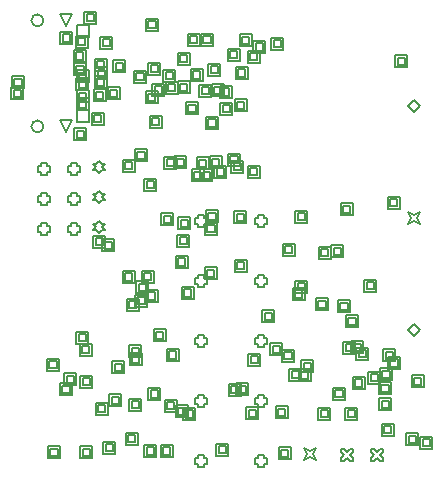
<source format=gbr>
%TF.GenerationSoftware,Altium Limited,Altium Designer,21.4.1 (30)*%
G04 Layer_Color=2752767*
%FSLAX45Y45*%
%MOMM*%
%TF.SameCoordinates,F4A6E2B2-E63A-418B-8CEE-B9A354165880*%
%TF.FilePolarity,Positive*%
%TF.FileFunction,Drawing*%
%TF.Part,Single*%
G01*
G75*
%TA.AperFunction,NonConductor*%
%ADD103C,0.12700*%
%ADD153C,0.16933*%
D103*
X399200Y2958200D02*
Y3059800D01*
X500800D01*
Y2958200D01*
X399200D01*
Y3678200D02*
Y3779800D01*
X500800D01*
Y3678200D01*
X399200D01*
X300000Y3767200D02*
X249200Y3868800D01*
X350800D01*
X300000Y3767200D01*
Y2869200D02*
X249200Y2970800D01*
X350800D01*
X300000Y2869200D01*
X584200Y2021200D02*
X609600Y2046600D01*
X635000D01*
X609600Y2072000D01*
X635000Y2097400D01*
X609600D01*
X584200Y2122800D01*
X558800Y2097400D01*
X533400D01*
X558800Y2072000D01*
X533400Y2046600D01*
X558800D01*
X584200Y2021200D01*
Y2529200D02*
X609600Y2554600D01*
X635000D01*
X609600Y2580000D01*
X635000Y2605400D01*
X609600D01*
X584200Y2630800D01*
X558800Y2605400D01*
X533400D01*
X558800Y2580000D01*
X533400Y2554600D01*
X558800D01*
X584200Y2529200D01*
Y2275200D02*
X609600Y2300600D01*
X635000D01*
X609600Y2326000D01*
X635000Y2351400D01*
X609600D01*
X584200Y2376800D01*
X558800Y2351400D01*
X533400D01*
X558800Y2326000D01*
X533400Y2300600D01*
X558800D01*
X584200Y2275200D01*
X2319280Y97599D02*
X2344680Y148399D01*
X2319280Y199199D01*
X2370080Y173799D01*
X2420880Y199199D01*
X2395480Y148399D01*
X2420880Y97599D01*
X2370080Y122999D01*
X2319280Y97599D01*
X3199200Y2095160D02*
X3224600Y2145960D01*
X3199200Y2196760D01*
X3250000Y2171360D01*
X3300800Y2196760D01*
X3275400Y2145960D01*
X3300800Y2095160D01*
X3250000Y2120560D01*
X3199200Y2095160D01*
X1417100Y2095501D02*
Y2070101D01*
X1467900D01*
Y2095501D01*
X1493300D01*
Y2146301D01*
X1467900D01*
Y2171701D01*
X1417100D01*
Y2146301D01*
X1391700D01*
Y2095501D01*
X1417100D01*
X1929600Y2095500D02*
Y2070100D01*
X1980400D01*
Y2095500D01*
X2005800D01*
Y2146300D01*
X1980400D01*
Y2171700D01*
X1929600D01*
Y2146300D01*
X1904200D01*
Y2095500D01*
X1929600D01*
X2886200Y89200D02*
X2911600D01*
X2937000Y114600D01*
X2962400Y89200D01*
X2987800D01*
Y114600D01*
X2962400Y140000D01*
X2987800Y165400D01*
Y190800D01*
X2962400D01*
X2937000Y165400D01*
X2911600Y190800D01*
X2886200D01*
Y165400D01*
X2911600Y140000D01*
X2886200Y114600D01*
Y89200D01*
X2632200D02*
X2657600D01*
X2683000Y114600D01*
X2708400Y89200D01*
X2733800D01*
Y114600D01*
X2708400Y140000D01*
X2733800Y165400D01*
Y190800D01*
X2708400D01*
X2683000Y165400D01*
X2657600Y190800D01*
X2632200D01*
Y165400D01*
X2657600Y140000D01*
X2632200Y114600D01*
Y89200D01*
X3200400Y3092800D02*
X3251200Y3143600D01*
X3302000Y3092800D01*
X3251200Y3042000D01*
X3200400Y3092800D01*
Y1200000D02*
X3251200Y1250800D01*
X3302000Y1200000D01*
X3251200Y1149200D01*
X3200400Y1200000D01*
X93900Y2537201D02*
Y2511801D01*
X144700D01*
Y2537201D01*
X170100D01*
Y2588001D01*
X144700D01*
Y2613401D01*
X93900D01*
Y2588001D01*
X68500D01*
Y2537201D01*
X93900D01*
Y2283200D02*
Y2257800D01*
X144700D01*
Y2283200D01*
X170100D01*
Y2334000D01*
X144700D01*
Y2359400D01*
X93900D01*
Y2334000D01*
X68500D01*
Y2283200D01*
X93900D01*
Y2029200D02*
Y2003800D01*
X144700D01*
Y2029200D01*
X170100D01*
Y2080000D01*
X144700D01*
Y2105400D01*
X93900D01*
Y2080000D01*
X68500D01*
Y2029200D01*
X93900D01*
X1929600Y63500D02*
Y38100D01*
X1980400D01*
Y63500D01*
X2005800D01*
Y114300D01*
X1980400D01*
Y139700D01*
X1929600D01*
Y114300D01*
X1904200D01*
Y63500D01*
X1929600D01*
X1421600D02*
Y38100D01*
X1472400D01*
Y63500D01*
X1497800D01*
Y114300D01*
X1472400D01*
Y139700D01*
X1421600D01*
Y114300D01*
X1396200D01*
Y63500D01*
X1421600D01*
Y1079500D02*
Y1054100D01*
X1472400D01*
Y1079500D01*
X1497800D01*
Y1130300D01*
X1472400D01*
Y1155700D01*
X1421600D01*
Y1130300D01*
X1396200D01*
Y1079500D01*
X1421600D01*
Y571500D02*
Y546100D01*
X1472400D01*
Y571500D01*
X1497800D01*
Y622300D01*
X1472400D01*
Y647700D01*
X1421600D01*
Y622300D01*
X1396200D01*
Y571500D01*
X1421600D01*
X1929600Y1587500D02*
Y1562100D01*
X1980400D01*
Y1587500D01*
X2005800D01*
Y1638300D01*
X1980400D01*
Y1663700D01*
X1929600D01*
Y1638300D01*
X1904200D01*
Y1587500D01*
X1929600D01*
X1421600D02*
Y1562100D01*
X1472400D01*
Y1587500D01*
X1497800D01*
Y1638300D01*
X1472400D01*
Y1663700D01*
X1421600D01*
Y1638300D01*
X1396200D01*
Y1587500D01*
X1421600D01*
X1929600Y1079500D02*
Y1054100D01*
X1980400D01*
Y1079500D01*
X2005800D01*
Y1130300D01*
X1980400D01*
Y1155700D01*
X1929600D01*
Y1130300D01*
X1904200D01*
Y1079500D01*
X1929600D01*
Y571500D02*
Y546100D01*
X1980400D01*
Y571500D01*
X2005800D01*
Y622300D01*
X1980400D01*
Y647700D01*
X1929600D01*
Y622300D01*
X1904200D01*
Y571500D01*
X1929600D01*
X347900Y2029200D02*
Y2003800D01*
X398700D01*
Y2029200D01*
X424100D01*
Y2080000D01*
X398700D01*
Y2105400D01*
X347900D01*
Y2080000D01*
X322500D01*
Y2029200D01*
X347900D01*
Y2537200D02*
Y2511800D01*
X398700D01*
Y2537200D01*
X424100D01*
Y2588000D01*
X398700D01*
Y2613400D01*
X347900D01*
Y2588000D01*
X322500D01*
Y2537200D01*
X347900D01*
X346900Y2279001D02*
Y2253601D01*
X397700D01*
Y2279001D01*
X423100D01*
Y2329801D01*
X397700D01*
Y2355201D01*
X346900D01*
Y2329801D01*
X321500D01*
Y2279001D01*
X346900D01*
X2649707Y995323D02*
Y1096923D01*
X2751307D01*
Y995323D01*
X2649707D01*
X2670027Y1015643D02*
Y1076603D01*
X2730987D01*
Y1015643D01*
X2670027D01*
X2714500Y1000500D02*
Y1102100D01*
X2816100D01*
Y1000500D01*
X2714500D01*
X2734820Y1020820D02*
Y1081780D01*
X2795780D01*
Y1020820D01*
X2734820D01*
X2760735Y944314D02*
Y1045914D01*
X2862335D01*
Y944314D01*
X2760735D01*
X2781055Y964634D02*
Y1025594D01*
X2842015D01*
Y964634D01*
X2781055D01*
X2672546Y1218279D02*
Y1319879D01*
X2774146D01*
Y1218279D01*
X2672546D01*
X2692866Y1238599D02*
Y1299559D01*
X2753826D01*
Y1238599D01*
X2692866D01*
X1844500Y895200D02*
Y996800D01*
X1946100D01*
Y895200D01*
X1844500D01*
X1864820Y915520D02*
Y976480D01*
X1925780D01*
Y915520D01*
X1864820D01*
X2292900Y837000D02*
Y938600D01*
X2394500D01*
Y837000D01*
X2292900D01*
X2313220Y857320D02*
Y918280D01*
X2374180D01*
Y857320D01*
X2313220D01*
X2729400Y697075D02*
Y798675D01*
X2831000D01*
Y697075D01*
X2729400D01*
X2749720Y717395D02*
Y778355D01*
X2810680D01*
Y717395D01*
X2749720D01*
X2191600Y768800D02*
Y870400D01*
X2293200D01*
Y768800D01*
X2191600D01*
X2211920Y789120D02*
Y850080D01*
X2272880D01*
Y789120D01*
X2211920D01*
X2131088Y928200D02*
Y1029800D01*
X2232688D01*
Y928200D01*
X2131088D01*
X2151408Y948520D02*
Y1009480D01*
X2212368D01*
Y948520D01*
X2151408D01*
X1743182Y643346D02*
Y744946D01*
X1844782D01*
Y643346D01*
X1743182D01*
X1763502Y663666D02*
Y724626D01*
X1824462D01*
Y663666D01*
X1763502D01*
X1678208Y641528D02*
Y743128D01*
X1779808D01*
Y641528D01*
X1678208D01*
X1698528Y661848D02*
Y722808D01*
X1759488D01*
Y661848D01*
X1698528D01*
X1728440Y2099727D02*
Y2201327D01*
X1830040D01*
Y2099727D01*
X1728440D01*
X1748760Y2120047D02*
Y2181007D01*
X1809720D01*
Y2120047D01*
X1748760D01*
X898364Y1506789D02*
Y1608389D01*
X999964D01*
Y1506789D01*
X898364D01*
X918684Y1527109D02*
Y1588069D01*
X979644D01*
Y1527109D01*
X918684D01*
X424300Y706738D02*
Y808338D01*
X525900D01*
Y706738D01*
X424300D01*
X444620Y727058D02*
Y788018D01*
X505580D01*
Y727058D01*
X444620D01*
X518689Y2936454D02*
Y3038054D01*
X620289D01*
Y2936454D01*
X518689D01*
X539009Y2956774D02*
Y3017734D01*
X599969D01*
Y2956774D01*
X539009D01*
X975715Y3116901D02*
Y3218501D01*
X1077315D01*
Y3116901D01*
X975715D01*
X996035Y3137221D02*
Y3198181D01*
X1056995D01*
Y3137221D01*
X996035D01*
X2604400Y1348000D02*
Y1449600D01*
X2706000D01*
Y1348000D01*
X2604400D01*
X2624720Y1368320D02*
Y1429280D01*
X2685680D01*
Y1368320D01*
X2624720D01*
X3182400Y219600D02*
Y321200D01*
X3284000D01*
Y219600D01*
X3182400D01*
X3202720Y239920D02*
Y300880D01*
X3263680D01*
Y239920D01*
X3202720D01*
X1964200Y1263200D02*
Y1364800D01*
X2065800D01*
Y1263200D01*
X1964200D01*
X1984520Y1283520D02*
Y1344480D01*
X2045480D01*
Y1283520D01*
X1984520D01*
X942320Y1597021D02*
Y1698621D01*
X1043920D01*
Y1597021D01*
X942320D01*
X962640Y1617341D02*
Y1678301D01*
X1023600D01*
Y1617341D01*
X962640D01*
X1280615Y1458300D02*
Y1559900D01*
X1382215D01*
Y1458300D01*
X1280615D01*
X1300935Y1478620D02*
Y1539580D01*
X1361895D01*
Y1478620D01*
X1300935D01*
X1009226Y2908335D02*
Y3009935D01*
X1110826D01*
Y2908335D01*
X1009226D01*
X1029546Y2928655D02*
Y2989615D01*
X1090506D01*
Y2928655D01*
X1029546D01*
X653551Y3150826D02*
Y3252426D01*
X755151D01*
Y3150826D01*
X653551D01*
X673871Y3171146D02*
Y3232106D01*
X734831D01*
Y3171146D01*
X673871D01*
X373655Y2802789D02*
Y2904389D01*
X475255D01*
Y2802789D01*
X373655D01*
X393975Y2823109D02*
Y2884069D01*
X454935D01*
Y2823109D01*
X393975D01*
X2952200Y653200D02*
Y754800D01*
X3053800D01*
Y653200D01*
X2952200D01*
X2972520Y673520D02*
Y734480D01*
X3033480D01*
Y673520D01*
X2972520D01*
X1839929Y2487529D02*
Y2589129D01*
X1941529D01*
Y2487529D01*
X1839929D01*
X1860249Y2507849D02*
Y2568809D01*
X1921209D01*
Y2507849D01*
X1860249D01*
X1607189Y3019458D02*
Y3121058D01*
X1708789D01*
Y3019458D01*
X1607189D01*
X1627509Y3039778D02*
Y3100738D01*
X1688469D01*
Y3039778D01*
X1627509D01*
X1536200Y3174200D02*
Y3275800D01*
X1637800D01*
Y3174200D01*
X1536200D01*
X1556520Y3194520D02*
Y3255480D01*
X1617480D01*
Y3194520D01*
X1556520D01*
X1700270Y2527811D02*
Y2629411D01*
X1801870D01*
Y2527811D01*
X1700270D01*
X1720590Y2548131D02*
Y2609091D01*
X1781550D01*
Y2548131D01*
X1720590D01*
X1557575Y2484082D02*
Y2585682D01*
X1659175D01*
Y2484082D01*
X1557575D01*
X1577895Y2504402D02*
Y2565362D01*
X1638855D01*
Y2504402D01*
X1577895D01*
X2563200Y605200D02*
Y706800D01*
X2664800D01*
Y605200D01*
X2563200D01*
X2583520Y625520D02*
Y686480D01*
X2644480D01*
Y625520D01*
X2583520D01*
X1153160Y934720D02*
Y1036320D01*
X1254760D01*
Y934720D01*
X1153160D01*
X1173480Y955040D02*
Y1016000D01*
X1234440D01*
Y955040D01*
X1173480D01*
X815300Y1359500D02*
Y1461100D01*
X916900D01*
Y1359500D01*
X815300D01*
X835620Y1379820D02*
Y1440780D01*
X896580D01*
Y1379820D01*
X835620D01*
X2272200Y763200D02*
Y864800D01*
X2373800D01*
Y763200D01*
X2272200D01*
X2292520Y783520D02*
Y844480D01*
X2353480D01*
Y783520D01*
X2292520D01*
X886040Y1394236D02*
Y1495836D01*
X987640D01*
Y1394236D01*
X886040D01*
X906360Y1414556D02*
Y1475516D01*
X967320D01*
Y1414556D01*
X906360D01*
X2032381Y983231D02*
Y1084831D01*
X2133981D01*
Y983231D01*
X2032381D01*
X2052701Y1003551D02*
Y1064511D01*
X2113661D01*
Y1003551D01*
X2052701D01*
X533500Y1893415D02*
Y1995015D01*
X635100D01*
Y1893415D01*
X533500D01*
X553820Y1913735D02*
Y1974695D01*
X614780D01*
Y1913735D01*
X553820D01*
X1243200Y1901300D02*
Y2002900D01*
X1344800D01*
Y1901300D01*
X1243200D01*
X1263520Y1921620D02*
Y1982580D01*
X1324480D01*
Y1921620D01*
X1263520D01*
X1232440Y1721833D02*
Y1823433D01*
X1334040D01*
Y1721833D01*
X1232440D01*
X1252760Y1742153D02*
Y1803113D01*
X1313720D01*
Y1742153D01*
X1252760D01*
X998709Y3357543D02*
Y3459143D01*
X1100309D01*
Y3357543D01*
X998709D01*
X1019029Y3377863D02*
Y3438823D01*
X1079989D01*
Y3377863D01*
X1019029D01*
X877828Y3291508D02*
Y3393108D01*
X979428D01*
Y3291508D01*
X877828D01*
X898148Y3311828D02*
Y3372788D01*
X959108D01*
Y3311828D01*
X898148D01*
X1032873Y3178056D02*
Y3279656D01*
X1134473D01*
Y3178056D01*
X1032873D01*
X1053193Y3198376D02*
Y3259336D01*
X1114153D01*
Y3198376D01*
X1053193D01*
X1145200Y3197299D02*
Y3298899D01*
X1246800D01*
Y3197299D01*
X1145200D01*
X1165520Y3217619D02*
Y3278579D01*
X1226480D01*
Y3217619D01*
X1165520D01*
X978301Y1433630D02*
Y1535230D01*
X1079901D01*
Y1433630D01*
X978301D01*
X998621Y1453950D02*
Y1514910D01*
X1059581D01*
Y1453950D01*
X998621D01*
X1232432Y455968D02*
Y557568D01*
X1334032D01*
Y455968D01*
X1232432D01*
X1252752Y476288D02*
Y537248D01*
X1313712D01*
Y476288D01*
X1252752D01*
X840255Y900208D02*
Y1001808D01*
X941855D01*
Y900208D01*
X840255D01*
X860575Y920528D02*
Y981488D01*
X921535D01*
Y920528D01*
X860575D01*
X2990200Y930200D02*
Y1031800D01*
X3091800D01*
Y930200D01*
X2990200D01*
X3010520Y950520D02*
Y1011480D01*
X3071480D01*
Y950520D01*
X3010520D01*
X3029200Y866200D02*
Y967800D01*
X3130800D01*
Y866200D01*
X3029200D01*
X3049520Y886520D02*
Y947480D01*
X3110480D01*
Y886520D01*
X3049520D01*
X3089200Y3419200D02*
Y3520800D01*
X3190800D01*
Y3419200D01*
X3089200D01*
X3109520Y3439520D02*
Y3500480D01*
X3170480D01*
Y3439520D01*
X3109520D01*
X3024198Y2224042D02*
Y2325642D01*
X3125798D01*
Y2224042D01*
X3024198D01*
X3044518Y2244362D02*
Y2305322D01*
X3105478D01*
Y2244362D01*
X3044518D01*
X546192Y3393200D02*
Y3494800D01*
X647792D01*
Y3393200D01*
X546192D01*
X566512Y3413520D02*
Y3474480D01*
X627472D01*
Y3413520D01*
X566512D01*
X608150Y1863250D02*
Y1964850D01*
X709750D01*
Y1863250D01*
X608150D01*
X628470Y1883570D02*
Y1944530D01*
X689430D01*
Y1883570D01*
X628470D01*
X781111Y1595289D02*
Y1696889D01*
X882711D01*
Y1595289D01*
X781111D01*
X801431Y1615609D02*
Y1676569D01*
X862391D01*
Y1615609D01*
X801431D01*
X887200Y2626200D02*
Y2727800D01*
X988800D01*
Y2626200D01*
X887200D01*
X907520Y2646520D02*
Y2707480D01*
X968480D01*
Y2646520D01*
X907520D01*
X809200Y224200D02*
Y325800D01*
X910800D01*
Y224200D01*
X809200D01*
X829520Y244520D02*
Y305480D01*
X890480D01*
Y244520D01*
X829520D01*
X1108700Y2084500D02*
Y2186100D01*
X1210300D01*
Y2084500D01*
X1108700D01*
X1129020Y2104820D02*
Y2165780D01*
X1189980D01*
Y2104820D01*
X1129020D01*
X1254121Y2049221D02*
Y2150821D01*
X1355721D01*
Y2049221D01*
X1254121D01*
X1274441Y2069541D02*
Y2130501D01*
X1335401D01*
Y2069541D01*
X1274441D01*
X964200Y2377200D02*
Y2478800D01*
X1065800D01*
Y2377200D01*
X964200D01*
X984520Y2397520D02*
Y2458480D01*
X1045480D01*
Y2397520D01*
X984520D01*
X1478200Y2001900D02*
Y2103500D01*
X1579800D01*
Y2001900D01*
X1478200D01*
X1498520Y2022220D02*
Y2083180D01*
X1559480D01*
Y2022220D01*
X1498520D01*
X1476640Y1625627D02*
Y1727227D01*
X1578240D01*
Y1625627D01*
X1476640D01*
X1496960Y1645947D02*
Y1706907D01*
X1557920D01*
Y1645947D01*
X1496960D01*
X2547875Y1811866D02*
Y1913466D01*
X2649475D01*
Y1811866D01*
X2547875D01*
X2568195Y1832186D02*
Y1893146D01*
X2629155D01*
Y1832186D01*
X2568195D01*
X783800Y2536607D02*
Y2638207D01*
X885400D01*
Y2536607D01*
X783800D01*
X804120Y2556927D02*
Y2617887D01*
X865080D01*
Y2556927D01*
X804120D01*
X1133743Y2563356D02*
Y2664956D01*
X1235343D01*
Y2563356D01*
X1133743D01*
X1154063Y2583676D02*
Y2644636D01*
X1215023D01*
Y2583676D01*
X1154063D01*
X2137243Y1824905D02*
Y1926505D01*
X2238843D01*
Y1824905D01*
X2137243D01*
X2157563Y1845225D02*
Y1906185D01*
X2218523D01*
Y1845225D01*
X2157563D01*
X1730046Y1689197D02*
Y1790797D01*
X1831646D01*
Y1689197D01*
X1730046D01*
X1750366Y1709517D02*
Y1770477D01*
X1811326D01*
Y1709517D01*
X1750366D01*
X1673206Y2588536D02*
Y2690136D01*
X1774806D01*
Y2588536D01*
X1673206D01*
X1693526Y2608856D02*
Y2669816D01*
X1754486D01*
Y2608856D01*
X1693526D01*
X1317520Y3022641D02*
Y3124241D01*
X1419120D01*
Y3022641D01*
X1317520D01*
X1337840Y3042961D02*
Y3103921D01*
X1398800D01*
Y3042961D01*
X1337840D01*
X693186Y831400D02*
Y933000D01*
X794786D01*
Y831400D01*
X693186D01*
X713506Y851720D02*
Y912680D01*
X774466D01*
Y851720D01*
X713506D01*
X546702Y3243569D02*
Y3345169D01*
X648302D01*
Y3243569D01*
X546702D01*
X567022Y3263889D02*
Y3324849D01*
X627982D01*
Y3263889D01*
X567022D01*
X1332559Y3604290D02*
Y3705890D01*
X1434159D01*
Y3604290D01*
X1332559D01*
X1352879Y3624610D02*
Y3685570D01*
X1413839D01*
Y3624610D01*
X1352879D01*
X1445000Y3604290D02*
Y3705890D01*
X1546600D01*
Y3604290D01*
X1445000D01*
X1465320Y3624610D02*
Y3685570D01*
X1526280D01*
Y3624610D01*
X1465320D01*
X1488200Y2898392D02*
Y2999992D01*
X1589800D01*
Y2898392D01*
X1488200D01*
X1508520Y2918712D02*
Y2979672D01*
X1569480D01*
Y2918712D01*
X1508520D01*
X1409200Y2556050D02*
Y2657650D01*
X1510800D01*
Y2556050D01*
X1409200D01*
X1429520Y2576370D02*
Y2637330D01*
X1490480D01*
Y2576370D01*
X1429520D01*
X1519200Y2565200D02*
Y2666800D01*
X1620800D01*
Y2565200D01*
X1519200D01*
X1539520Y2585520D02*
Y2646480D01*
X1600480D01*
Y2585520D01*
X1539520D01*
X1218753Y2566217D02*
Y2667817D01*
X1320353D01*
Y2566217D01*
X1218753D01*
X1239073Y2586537D02*
Y2647497D01*
X1300033D01*
Y2586537D01*
X1239073D01*
X1365967Y2456315D02*
Y2557915D01*
X1467567D01*
Y2456315D01*
X1365967D01*
X1386287Y2476635D02*
Y2537595D01*
X1447247D01*
Y2476635D01*
X1386287D01*
X252580Y3617625D02*
Y3719225D01*
X354180D01*
Y3617625D01*
X252580D01*
X272900Y3637945D02*
Y3698905D01*
X333860D01*
Y3637945D01*
X272900D01*
X594200Y3578889D02*
Y3680489D01*
X695800D01*
Y3578889D01*
X594200D01*
X614520Y3599209D02*
Y3660169D01*
X675480D01*
Y3599209D01*
X614520D01*
X385953Y3586718D02*
Y3688318D01*
X487553D01*
Y3586718D01*
X385953D01*
X406273Y3607038D02*
Y3667998D01*
X467233D01*
Y3607038D01*
X406273D01*
X366400Y3465900D02*
Y3567500D01*
X468000D01*
Y3465900D01*
X366400D01*
X386720Y3486220D02*
Y3547180D01*
X447680D01*
Y3486220D01*
X386720D01*
X456400Y3789228D02*
Y3890828D01*
X558000D01*
Y3789228D01*
X456400D01*
X476720Y3809548D02*
Y3870508D01*
X537680D01*
Y3809548D01*
X476720D01*
X549200Y3319200D02*
Y3420800D01*
X650800D01*
Y3319200D01*
X549200D01*
X569520Y3339520D02*
Y3400480D01*
X630480D01*
Y3339520D01*
X569520D01*
X369188Y3354083D02*
Y3455683D01*
X470788D01*
Y3354083D01*
X369188D01*
X389508Y3374403D02*
Y3435363D01*
X450468D01*
Y3374403D01*
X389508D01*
X391698Y3293106D02*
Y3394706D01*
X493298D01*
Y3293106D01*
X391698D01*
X412018Y3313426D02*
Y3374386D01*
X472978D01*
Y3313426D01*
X412018D01*
X388200Y3228200D02*
Y3329800D01*
X489800D01*
Y3228200D01*
X388200D01*
X408520Y3248520D02*
Y3309480D01*
X469480D01*
Y3248520D01*
X408520D01*
X393103Y3125071D02*
Y3226671D01*
X494703D01*
Y3125071D01*
X393103D01*
X413423Y3145391D02*
Y3206351D01*
X474383D01*
Y3145391D01*
X413423D01*
X391539Y3060091D02*
Y3161691D01*
X493139D01*
Y3060091D01*
X391539D01*
X411859Y3080411D02*
Y3141371D01*
X472819D01*
Y3080411D01*
X411859D01*
X1671296Y3477104D02*
Y3578704D01*
X1772896D01*
Y3477104D01*
X1671296D01*
X1691616Y3497424D02*
Y3558384D01*
X1752576D01*
Y3497424D01*
X1691616D01*
X1357243Y3305243D02*
Y3406843D01*
X1458843D01*
Y3305243D01*
X1357243D01*
X1377563Y3325563D02*
Y3386523D01*
X1438523D01*
Y3325563D01*
X1377563D01*
X1248761Y3443039D02*
Y3544639D01*
X1350361D01*
Y3443039D01*
X1248761D01*
X1269081Y3463359D02*
Y3524319D01*
X1330041D01*
Y3463359D01*
X1269081D01*
X1044800Y1102200D02*
Y1203800D01*
X1146400D01*
Y1102200D01*
X1044800D01*
X1065120Y1122520D02*
Y1183480D01*
X1126080D01*
Y1122520D01*
X1065120D01*
X839200Y965200D02*
Y1066800D01*
X940800D01*
Y965200D01*
X839200D01*
X859520Y985520D02*
Y1046480D01*
X920480D01*
Y985520D01*
X859520D01*
X555200Y480200D02*
Y581800D01*
X656800D01*
Y480200D01*
X555200D01*
X575520Y500520D02*
Y561480D01*
X636480D01*
Y500520D01*
X575520D01*
X252200Y642200D02*
Y743800D01*
X353800D01*
Y642200D01*
X252200D01*
X272520Y662520D02*
Y723480D01*
X333480D01*
Y662520D01*
X272520D01*
X3229360Y710200D02*
Y811800D01*
X3330960D01*
Y710200D01*
X3229360D01*
X3249680Y730520D02*
Y791480D01*
X3310640D01*
Y730520D01*
X3249680D01*
X2418653Y1364153D02*
Y1465753D01*
X2520253D01*
Y1364153D01*
X2418653D01*
X2438973Y1384473D02*
Y1445433D01*
X2499933D01*
Y1384473D01*
X2438973D01*
X2242138Y1511735D02*
Y1613335D01*
X2343738D01*
Y1511735D01*
X2242138D01*
X2262458Y1532055D02*
Y1593015D01*
X2323418D01*
Y1532055D01*
X2262458D01*
X2221200Y1450200D02*
Y1551800D01*
X2322800D01*
Y1450200D01*
X2221200D01*
X2241520Y1470520D02*
Y1531480D01*
X2302480D01*
Y1470520D01*
X2241520D01*
X1486654Y2108700D02*
Y2210300D01*
X1588254D01*
Y2108700D01*
X1486654D01*
X1506974Y2129020D02*
Y2189980D01*
X1567934D01*
Y2129020D01*
X1506974D01*
X1438515Y2454515D02*
Y2556115D01*
X1540115D01*
Y2454515D01*
X1438515D01*
X1458835Y2474835D02*
Y2535795D01*
X1519795D01*
Y2474835D01*
X1458835D01*
X1127200Y3298200D02*
Y3399800D01*
X1228800D01*
Y3298200D01*
X1127200D01*
X1147520Y3318520D02*
Y3379480D01*
X1208480D01*
Y3318520D01*
X1147520D01*
X1247028Y3199200D02*
Y3300800D01*
X1348628D01*
Y3199200D01*
X1247028D01*
X1267348Y3219520D02*
Y3280480D01*
X1328308D01*
Y3219520D01*
X1267348D01*
X1432349Y3172258D02*
Y3273858D01*
X1533949D01*
Y3172258D01*
X1432349D01*
X1452669Y3192578D02*
Y3253538D01*
X1513629D01*
Y3192578D01*
X1452669D01*
X703383Y3379167D02*
Y3480767D01*
X804983D01*
Y3379167D01*
X703383D01*
X723703Y3399487D02*
Y3460447D01*
X784663D01*
Y3399487D01*
X723703D01*
X-160800Y3150200D02*
Y3251800D01*
X-59200D01*
Y3150200D01*
X-160800D01*
X-140480Y3170520D02*
Y3231480D01*
X-79520D01*
Y3170520D01*
X-140480D01*
X-155800Y3243200D02*
Y3344800D01*
X-54200D01*
Y3243200D01*
X-155800D01*
X-135480Y3263520D02*
Y3324480D01*
X-74520D01*
Y3263520D01*
X-135480D01*
X2668200Y436200D02*
Y537800D01*
X2769800D01*
Y436200D01*
X2668200D01*
X2688520Y456520D02*
Y517480D01*
X2749480D01*
Y456520D01*
X2688520D01*
X2103200Y102200D02*
Y203800D01*
X2204800D01*
Y102200D01*
X2103200D01*
X2123520Y122520D02*
Y183480D01*
X2184480D01*
Y122520D01*
X2123520D01*
X999200Y603200D02*
Y704800D01*
X1100800D01*
Y603200D01*
X999200D01*
X1019520Y623520D02*
Y684480D01*
X1080480D01*
Y623520D01*
X1019520D01*
X2961200Y771200D02*
Y872800D01*
X3062800D01*
Y771200D01*
X2961200D01*
X2981520Y791520D02*
Y852480D01*
X3042480D01*
Y791520D01*
X2981520D01*
X2860200Y743200D02*
Y844800D01*
X2961800D01*
Y743200D01*
X2860200D01*
X2880520Y763520D02*
Y824480D01*
X2941480D01*
Y763520D01*
X2880520D01*
X2439200Y437521D02*
Y539121D01*
X2540800D01*
Y437521D01*
X2439200D01*
X2459520Y457841D02*
Y518801D01*
X2520480D01*
Y457841D01*
X2459520D01*
X2975200Y303200D02*
Y404800D01*
X3076800D01*
Y303200D01*
X2975200D01*
X2995520Y323520D02*
Y384480D01*
X3056480D01*
Y323520D01*
X2995520D01*
X2440405Y1799806D02*
Y1901406D01*
X2542005D01*
Y1799806D01*
X2440405D01*
X2460725Y1820126D02*
Y1881086D01*
X2521685D01*
Y1820126D01*
X2460725D01*
X2955200Y518200D02*
Y619800D01*
X3056800D01*
Y518200D01*
X2955200D01*
X2975520Y538520D02*
Y599480D01*
X3036480D01*
Y538520D01*
X2975520D01*
X3302200Y191200D02*
Y292800D01*
X3403800D01*
Y191200D01*
X3302200D01*
X3322520Y211520D02*
Y272480D01*
X3383480D01*
Y211520D01*
X3322520D01*
X149200Y111200D02*
Y212800D01*
X250800D01*
Y111200D01*
X149200D01*
X169520Y131520D02*
Y192480D01*
X230480D01*
Y131520D01*
X169520D01*
X1828486Y441049D02*
Y542649D01*
X1930086D01*
Y441049D01*
X1828486D01*
X1848806Y461369D02*
Y522329D01*
X1909766D01*
Y461369D01*
X1848806D01*
X1574597Y132280D02*
Y233880D01*
X1676197D01*
Y132280D01*
X1574597D01*
X1594917Y152600D02*
Y213560D01*
X1655877D01*
Y152600D01*
X1594917D01*
X140620Y850538D02*
Y952138D01*
X242220D01*
Y850538D01*
X140620D01*
X160940Y870858D02*
Y931818D01*
X221900D01*
Y870858D01*
X160940D01*
X421640Y111760D02*
Y213360D01*
X523240D01*
Y111760D01*
X421640D01*
X441960Y132080D02*
Y193040D01*
X502920D01*
Y132080D01*
X441960D01*
X416700Y978278D02*
Y1079878D01*
X518300D01*
Y978278D01*
X416700D01*
X437020Y998598D02*
Y1059558D01*
X497980D01*
Y998598D01*
X437020D01*
X2829200Y1519200D02*
Y1620800D01*
X2930800D01*
Y1519200D01*
X2829200D01*
X2849520Y1539520D02*
Y1600480D01*
X2910480D01*
Y1539520D01*
X2849520D01*
X979200Y3729200D02*
Y3830800D01*
X1080800D01*
Y3729200D01*
X979200D01*
X999520Y3749520D02*
Y3810480D01*
X1060480D01*
Y3749520D01*
X999520D01*
X535200Y3133850D02*
Y3235450D01*
X636800D01*
Y3133850D01*
X535200D01*
X555520Y3154170D02*
Y3215130D01*
X616480D01*
Y3154170D01*
X555520D01*
X2079200Y449200D02*
Y550800D01*
X2180800D01*
Y449200D01*
X2079200D01*
X2099520Y469520D02*
Y530480D01*
X2160480D01*
Y469520D01*
X2099520D01*
X2039200Y3569200D02*
Y3670800D01*
X2140800D01*
Y3569200D01*
X2039200D01*
X2059520Y3589520D02*
Y3650480D01*
X2120480D01*
Y3589520D01*
X2059520D01*
X1102360Y121920D02*
Y223520D01*
X1203960D01*
Y121920D01*
X1102360D01*
X1122680Y142240D02*
Y203200D01*
X1183640D01*
Y142240D01*
X1122680D01*
X2242287Y2106476D02*
Y2208076D01*
X2343887D01*
Y2106476D01*
X2242287D01*
X2262607Y2126796D02*
Y2187756D01*
X2323567D01*
Y2126796D01*
X2262607D01*
X838200Y513080D02*
Y614680D01*
X939800D01*
Y513080D01*
X838200D01*
X858520Y533400D02*
Y594360D01*
X919480D01*
Y533400D01*
X858520D01*
X619016Y148063D02*
Y249663D01*
X720616D01*
Y148063D01*
X619016D01*
X639336Y168383D02*
Y229343D01*
X700296D01*
Y168383D01*
X639336D01*
X1138100Y503509D02*
Y605109D01*
X1239700D01*
Y503509D01*
X1138100D01*
X1158420Y523829D02*
Y584789D01*
X1219380D01*
Y523829D01*
X1158420D01*
X1293613Y434015D02*
Y535615D01*
X1395213D01*
Y434015D01*
X1293613D01*
X1313933Y454335D02*
Y515295D01*
X1374893D01*
Y454335D01*
X1313933D01*
X2629200Y2169200D02*
Y2270800D01*
X2730800D01*
Y2169200D01*
X2629200D01*
X2649520Y2189520D02*
Y2250480D01*
X2710480D01*
Y2189520D01*
X2649520D01*
X965200Y121920D02*
Y223520D01*
X1066800D01*
Y121920D01*
X965200D01*
X985520Y142240D02*
Y203200D01*
X1046480D01*
Y142240D01*
X985520D01*
X289200Y729200D02*
Y830800D01*
X390800D01*
Y729200D01*
X289200D01*
X309520Y749520D02*
Y810480D01*
X370480D01*
Y749520D01*
X309520D01*
X389820Y1079286D02*
Y1180886D01*
X491420D01*
Y1079286D01*
X389820D01*
X410140Y1099606D02*
Y1160566D01*
X471100D01*
Y1099606D01*
X410140D01*
X1508294Y3348753D02*
Y3450353D01*
X1609894D01*
Y3348753D01*
X1508294D01*
X1528614Y3369073D02*
Y3430033D01*
X1589574D01*
Y3369073D01*
X1528614D01*
X1604900Y3161400D02*
Y3263000D01*
X1706500D01*
Y3161400D01*
X1604900D01*
X1625220Y3181720D02*
Y3242680D01*
X1686180D01*
Y3181720D01*
X1625220D01*
X670200Y552200D02*
Y653800D01*
X771800D01*
Y552200D01*
X670200D01*
X690520Y572520D02*
Y633480D01*
X751480D01*
Y572520D01*
X690520D01*
X1839200Y3459200D02*
Y3560800D01*
X1940800D01*
Y3459200D01*
X1839200D01*
X1859520Y3479520D02*
Y3540480D01*
X1920480D01*
Y3479520D01*
X1859520D01*
X1771300Y3597300D02*
Y3698900D01*
X1872900D01*
Y3597300D01*
X1771300D01*
X1791620Y3617620D02*
Y3678580D01*
X1852580D01*
Y3617620D01*
X1791620D01*
X1739646Y3322066D02*
Y3423666D01*
X1841246D01*
Y3322066D01*
X1739646D01*
X1759966Y3342386D02*
Y3403346D01*
X1820926D01*
Y3342386D01*
X1759966D01*
X1729197Y3049194D02*
Y3150794D01*
X1830797D01*
Y3049194D01*
X1729197D01*
X1749517Y3069514D02*
Y3130474D01*
X1810477D01*
Y3069514D01*
X1749517D01*
X1889200Y3542200D02*
Y3643800D01*
X1990800D01*
Y3542200D01*
X1889200D01*
X1909520Y3562520D02*
Y3623480D01*
X1970480D01*
Y3562520D01*
X1909520D01*
D153*
X110800Y2920000D02*
G03*
X110800Y2920000I-50800J0D01*
G01*
Y3818000D02*
G03*
X110800Y3818000I-50800J0D01*
G01*
%TF.MD5,ab61b20e051b39cae64f3199ef50c4c7*%
M02*

</source>
